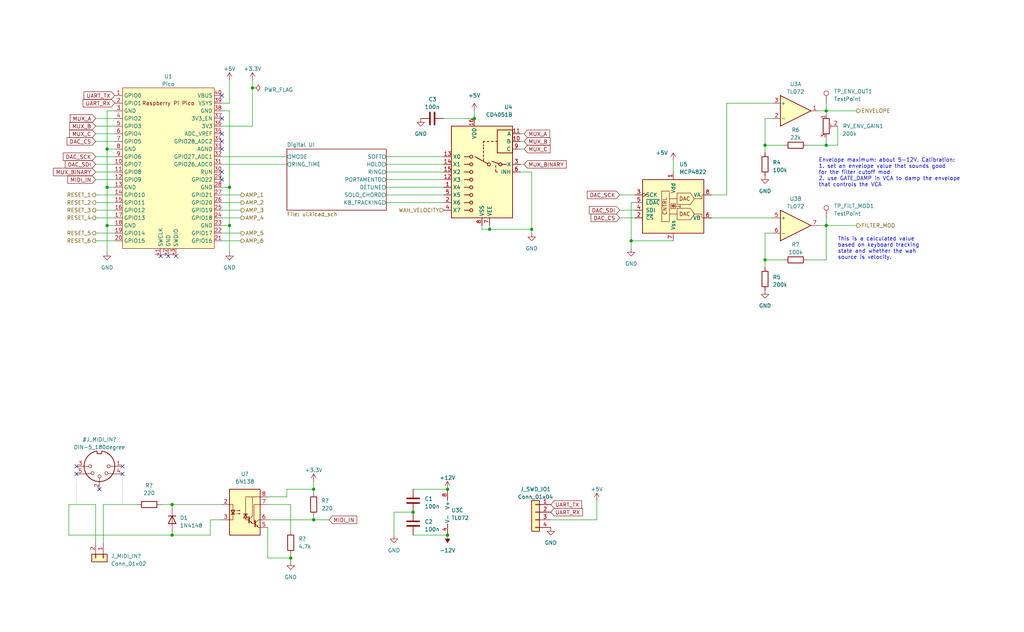
<source format=kicad_sch>
(kicad_sch (version 20230121) (generator eeschema)
  (paper "User" 340.004 210.007)
  (lib_symbols
    (symbol "+3.3V_1" (power) (pin_names (offset 0))
      (property "Value" "+3.3V_1" (at 0 3.556 0))
      (symbol "+3.3V_1_0_1"
        (polyline (pts (xy -0.762 1.27) (xy 0 2.54)))
        (polyline (pts (xy 0 0) (xy 0 2.54)))
        (polyline (pts (xy 0 2.54) (xy 0.762 1.27)))
      )
      (symbol "+3.3V_1_1_1"
        (pin power_in line (at 0 0 90) (length 0) hide (name "+3.3V") (number "1"))
      )
    )
    (symbol "Amplifier_Operational:TL072" (pin_names (offset 0.127))
      (property "Reference" "U" (at 0 5.08 0))
      (property "Value" "TL072" (at 0 -5.08 0))
      (symbol "TL072_1_1"
        (polyline (pts (xy -5.08 5.08) (xy 5.08 0) (xy -5.08 -5.08) (xy -5.08 5.08)) (stroke (width 0.254)) (fill (type background)))
        (pin output line (at 7.62 0 180) (length 2.54) (name "~") (number "1"))
        (pin input line (at -7.62 -2.54 0) (length 2.54) (name "-") (number "2"))
        (pin input line (at -7.62 2.54 0) (length 2.54) (name "+") (number "3"))
      )
      (symbol "TL072_2_1"
        (polyline (pts (xy -5.08 5.08) (xy 5.08 0) (xy -5.08 -5.08) (xy -5.08 5.08)) (stroke (width 0.254)) (fill (type background)))
        (pin input line (at -7.62 2.54 0) (length 2.54) (name "+") (number "5"))
        (pin input line (at -7.62 -2.54 0) (length 2.54) (name "-") (number "6"))
        (pin output line (at 7.62 0 180) (length 2.54) (name "~") (number "7"))
      )
      (symbol "TL072_3_1"
        (pin power_in line (at -2.54 -7.62 90) (length 3.81) (name "V-") (number "4"))
        (pin power_in line (at -2.54 7.62 270) (length 3.81) (name "V+") (number "8"))
      )
    )
    (symbol "Analog_DAC:MCP4822" (pin_names (offset 1.016))
      (property "Reference" "U" (at -2.54 10.795 0))
      (property "Value" "MCP4822" (at -2.54 8.89 0))
      (symbol "MCP4822_0_0"
        (polyline (pts (xy 0 -1.778) (xy 0 -0.635)))
        (polyline (pts (xy 0.381 -0.889) (xy 0.508 -0.762)))
        (polyline (pts (xy 2.286 -1.143) (xy 2.286 -1.905)))
        (polyline (pts (xy 0.381 -0.889) (xy -0.381 -0.889) (xy -0.508 -1.016)))
        (polyline (pts (xy 0.762 -1.27) (xy 2.286 -1.27) (xy 2.286 -0.762)))
        (polyline (pts (xy 0 -0.889) (xy 0.508 -1.397) (xy -0.508 -1.397) (xy 0 -0.889)))
        (polyline (pts (xy 6.985 -3.81) (xy 9.525 -3.81) (xy 9.525 -5.08) (xy 10.16 -5.08)))
        (polyline (pts (xy 6.985 1.27) (xy 9.525 1.27) (xy 9.525 2.54) (xy 10.16 2.54)))
        (rectangle (start 0.762 -0.381) (end -0.762 -2.032))
        (text "CNTRL" (at -2.032 -4.191 900) (effects (font (size 1.27 1.27)) (justify left bottom)))
        (text "DAC" (at 3.81 -3.81 0) (effects (font (size 1.27 1.27))))
        (text "DAC" (at 3.81 1.27 0) (effects (font (size 1.27 1.27))))
      )
      (symbol "MCP4822_0_1"
        (rectangle (start -10.16 7.62) (end 10.16 -10.16) (stroke (width 0.254)) (fill (type background)))
        (rectangle (start -1.27 -6.35) (end -3.81 3.81))
        (polyline (pts (xy 1.27 -3.81) (xy -1.27 -3.81)))
        (polyline (pts (xy 1.27 1.27) (xy -1.27 1.27)))
        (polyline (pts (xy 6.985 -3.81) (xy 5.715 -1.905) (xy 1.27 -1.905) (xy 1.27 -5.715) (xy 5.715 -5.715) (xy 6.985 -3.81)))
        (polyline (pts (xy 6.985 1.27) (xy 5.715 3.175) (xy 1.27 3.175) (xy 1.27 -0.635) (xy 5.715 -0.635) (xy 6.985 1.27)))
      )
      (symbol "MCP4822_1_1"
        (pin power_in line (at 0 10.16 270) (length 2.54) (name "Vdd") (number "1"))
        (pin input line (at -12.7 -5.08 0) (length 2.54) (name "~{CS}") (number "2"))
        (pin input clock (at -12.7 2.54 0) (length 2.54) (name "SCK") (number "3"))
        (pin input line (at -12.7 -2.54 0) (length 2.54) (name "SDI") (number "4"))
        (pin input line (at -12.7 0 0) (length 2.54) (name "~{LDAC}") (number "5"))
        (pin output line (at 12.7 -5.08 180) (length 2.54) (name "VB") (number "6"))
        (pin power_in line (at 0 -12.7 90) (length 2.54) (name "Vss") (number "7"))
        (pin output line (at 12.7 2.54 180) (length 2.54) (name "VA") (number "8"))
      )
    )
    (symbol "Analog_Switch:CD4051B"
      (property "Reference" "U" (at -10.16 16.51 0))
      (property "Value" "CD4051B" (at 3.81 16.51 0))
      (symbol "CD4051B_0_1"
        (rectangle (start -10.16 6.35) (end -5.08 13.97) (stroke (width 0.254)))
        (rectangle (start -10.16 15.24) (end 10.16 -15.24) (stroke (width 0.254)) (fill (type background)))
        (circle (center -6.096 2.54) (radius 0.508) (stroke (width 0.254)))
        (circle (center -2.286 2.54) (radius 0.508) (stroke (width 0.254)))
        (polyline (pts (xy -8.128 2.54) (xy -6.604 2.54)) (stroke (width 0.254)))
        (polyline (pts (xy -5.588 2.794) (xy -3.302 3.556)) (stroke (width 0.254)))
        (polyline (pts (xy -4.572 0) (xy -5.207 0)) (stroke (width 0.254)))
        (polyline (pts (xy -4.572 0.254) (xy -4.572 0.889)) (stroke (width 0.254)))
        (polyline (pts (xy -4.572 1.524) (xy -4.572 2.159)) (stroke (width 0.254)))
        (polyline (pts (xy -4.572 10.16) (xy -5.08 10.16)) (stroke (width 0.254)))
        (polyline (pts (xy -3.81 10.16) (xy -3.175 10.16)) (stroke (width 0.254)))
        (polyline (pts (xy -1.778 2.794) (xy 2.286 5.08)) (stroke (width 0.254)))
        (polyline (pts (xy -1.778 10.16) (xy -2.286 10.16)) (stroke (width 0.254)))
        (polyline (pts (xy -0.508 3.81) (xy -0.508 4.445)) (stroke (width 0.254)))
        (polyline (pts (xy -0.508 5.08) (xy -0.508 5.715)) (stroke (width 0.254)))
        (polyline (pts (xy -0.508 6.35) (xy -0.508 6.985)) (stroke (width 0.254)))
        (polyline (pts (xy -0.508 7.62) (xy -0.508 8.255)) (stroke (width 0.254)))
        (polyline (pts (xy -0.508 8.636) (xy -0.508 9.144)) (stroke (width 0.254)))
        (polyline (pts (xy -0.508 9.652) (xy -0.508 10.16)) (stroke (width 0.254)))
        (polyline (pts (xy -0.508 10.16) (xy -1.016 10.16)) (stroke (width 0.254)))
        (polyline (pts (xy 4.064 -12.7) (xy 5.842 -12.7)) (stroke (width 0.254)))
        (polyline (pts (xy 4.064 -10.16) (xy 5.842 -10.16)) (stroke (width 0.254)))
        (polyline (pts (xy 4.064 -7.62) (xy 5.842 -7.62)) (stroke (width 0.254)))
        (polyline (pts (xy 4.064 -5.08) (xy 5.842 -5.08)) (stroke (width 0.254)))
        (polyline (pts (xy 4.064 -2.54) (xy 5.842 -2.54)) (stroke (width 0.254)))
        (polyline (pts (xy 4.064 0) (xy 5.842 0)) (stroke (width 0.254)))
        (polyline (pts (xy 4.064 2.54) (xy 5.842 2.54)) (stroke (width 0.254)))
        (polyline (pts (xy 4.064 5.08) (xy 5.842 5.08)) (stroke (width 0.254)))
        (circle (center 3.556 -12.7) (radius 0.508) (stroke (width 0.254)))
        (circle (center 3.556 -10.16) (radius 0.508) (stroke (width 0.254)))
        (circle (center 3.556 -7.62) (radius 0.508) (stroke (width 0.254)))
        (circle (center 3.556 -5.08) (radius 0.508) (stroke (width 0.254)))
        (circle (center 3.556 -2.54) (radius 0.508) (stroke (width 0.254)))
        (circle (center 3.556 0) (radius 0.508) (stroke (width 0.254)))
        (circle (center 3.556 2.54) (radius 0.508) (stroke (width 0.254)))
        (circle (center 3.556 5.08) (radius 0.508) (stroke (width 0.254)))
      )
      (symbol "CD4051B_1_1"
        (pin bidirectional line (at 12.7 -5.08 180) (length 2.54) (name "X4") (number "1"))
        (pin input line (at -12.7 10.16 0) (length 2.54) (name "B") (number "10"))
        (pin input line (at -12.7 12.7 0) (length 2.54) (name "A") (number "11"))
        (pin bidirectional line (at 12.7 -2.54 180) (length 2.54) (name "X3") (number "12"))
        (pin bidirectional line (at 12.7 5.08 180) (length 2.54) (name "X0") (number "13"))
        (pin bidirectional line (at 12.7 2.54 180) (length 2.54) (name "X1") (number "14"))
        (pin bidirectional line (at 12.7 0 180) (length 2.54) (name "X2") (number "15"))
        (pin power_in line (at 2.54 17.78 270) (length 2.54) (name "VDD") (number "16"))
        (pin bidirectional line (at 12.7 -10.16 180) (length 2.54) (name "X6") (number "2"))
        (pin bidirectional line (at -12.7 2.54 0) (length 2.54) (name "X") (number "3"))
        (pin bidirectional line (at 12.7 -12.7 180) (length 2.54) (name "X7") (number "4"))
        (pin bidirectional line (at 12.7 -7.62 180) (length 2.54) (name "X5") (number "5"))
        (pin input line (at -12.7 0 0) (length 2.54) (name "INH") (number "6"))
        (pin power_in line (at -2.54 -17.78 90) (length 2.54) (name "VEE") (number "7"))
        (pin power_in line (at 0 -17.78 90) (length 2.54) (name "VSS") (number "8"))
        (pin input line (at -12.7 7.62 0) (length 2.54) (name "C") (number "9"))
      )
    )
    (symbol "Connector:DIN-5_180degree" (pin_names (offset 1.016))
      (property "Reference" "J" (at 3.175 5.715 0))
      (property "Value" "DIN-5_180degree" (at 0 -6.35 0))
      (symbol "DIN-5_180degree_0_1"
        (arc (start -5.08 0) (mid -3.8609 -3.3364) (end -0.762 -5.08) (stroke (width 0.254)))
        (circle (center -3.048 0) (radius 0.508))
        (circle (center -2.286 2.286) (radius 0.508))
        (polyline (pts (xy -5.08 0) (xy -3.556 0)))
        (polyline (pts (xy 0 5.08) (xy 0 3.81)))
        (polyline (pts (xy 5.08 0) (xy 3.556 0)))
        (polyline (pts (xy -5.08 2.54) (xy -4.318 2.54) (xy -2.794 2.286)))
        (polyline (pts (xy 5.08 2.54) (xy 4.318 2.54) (xy 2.794 2.286)))
        (polyline (pts (xy -0.762 -4.953) (xy -0.762 -4.191) (xy 0.762 -4.191) (xy 0.762 -4.953)) (stroke (width 0.254)))
        (circle (center 0 3.302) (radius 0.508))
        (arc (start 0.762 -5.08) (mid 3.8685 -3.343) (end 5.08 0) (stroke (width 0.254)))
        (circle (center 2.286 2.286) (radius 0.508))
        (circle (center 3.048 0) (radius 0.508))
        (arc (start 5.08 0) (mid 0 5.0579) (end -5.08 0) (stroke (width 0.254)))
      )
      (symbol "DIN-5_180degree_1_1"
        (pin passive line (at -7.62 0 0) (length 2.54) (name "~") (number "1"))
        (pin passive line (at 0 7.62 270) (length 2.54) (name "~") (number "2"))
        (pin passive line (at 7.62 0 180) (length 2.54) (name "~") (number "3"))
        (pin passive line (at -7.62 2.54 0) (length 2.54) (name "~") (number "4"))
        (pin passive line (at 7.62 2.54 180) (length 2.54) (name "~") (number "5"))
      )
    )
    (symbol "Connector:TestPoint" (pin_numbers hide) (pin_names (offset 0.762) hide)
      (property "Reference" "TP" (at 0 6.858 0))
      (property "Value" "TestPoint" (at 0 5.08 0))
      (symbol "TestPoint_0_1"
        (circle (center 0 3.302) (radius 0.762))
      )
      (symbol "TestPoint_1_1"
        (pin passive line (at 0 0 90) (length 2.54) (name "1") (number "1"))
      )
    )
    (symbol "Connector_Generic:Conn_01x02" (pin_names (offset 1.016) hide)
      (property "Reference" "J" (at 0 2.54 0))
      (property "Value" "Conn_01x02" (at 0 -5.08 0))
      (symbol "Conn_01x02_1_1"
        (rectangle (start -1.27 -2.413) (end 0 -2.667) (stroke (width 0.1524)))
        (rectangle (start -1.27 0.127) (end 0 -0.127) (stroke (width 0.1524)))
        (rectangle (start -1.27 1.27) (end 1.27 -3.81) (stroke (width 0.254)) (fill (type background)))
        (pin passive line (at -5.08 0 0) (length 3.81) (name "Pin_1") (number "1"))
        (pin passive line (at -5.08 -2.54 0) (length 3.81) (name "Pin_2") (number "2"))
      )
    )
    (symbol "Connector_Generic:Conn_01x04" (pin_names (offset 1.016) hide)
      (property "Reference" "J" (at 0 5.08 0))
      (property "Value" "Conn_01x04" (at 0 -7.62 0))
      (symbol "Conn_01x04_1_1"
        (rectangle (start -1.27 -4.953) (end 0 -5.207) (stroke (width 0.1524)))
        (rectangle (start -1.27 -2.413) (end 0 -2.667) (stroke (width 0.1524)))
        (rectangle (start -1.27 0.127) (end 0 -0.127) (stroke (width 0.1524)))
        (rectangle (start -1.27 2.667) (end 0 2.413) (stroke (width 0.1524)))
        (rectangle (start -1.27 3.81) (end 1.27 -6.35) (stroke (width 0.254)) (fill (type background)))
        (pin passive line (at -5.08 2.54 0) (length 3.81) (name "Pin_1") (number "1"))
        (pin passive line (at -5.08 0 0) (length 3.81) (name "Pin_2") (number "2"))
        (pin passive line (at -5.08 -2.54 0) (length 3.81) (name "Pin_3") (number "3"))
        (pin passive line (at -5.08 -5.08 0) (length 3.81) (name "Pin_4") (number "4"))
      )
    )
    (symbol "Device:C" (pin_numbers hide) (pin_names (offset 0.254))
      (property "Reference" "C" (at 0.635 2.54 0))
      (property "Value" "C" (at 0.635 -2.54 0))
      (symbol "C_0_1"
        (polyline (pts (xy -2.032 -0.762) (xy 2.032 -0.762)) (stroke (width 0.508)))
        (polyline (pts (xy -2.032 0.762) (xy 2.032 0.762)) (stroke (width 0.508)))
      )
      (symbol "C_1_1"
        (pin passive line (at 0 3.81 270) (length 2.794) (name "~") (number "1"))
        (pin passive line (at 0 -3.81 90) (length 2.794) (name "~") (number "2"))
      )
    )
    (symbol "Device:D" (pin_numbers hide) (pin_names (offset 1.016) hide)
      (property "Reference" "D" (at 0 2.54 0))
      (property "Value" "D" (at 0 -2.54 0))
      (symbol "D_0_1"
        (polyline (pts (xy -1.27 1.27) (xy -1.27 -1.27)) (stroke (width 0.254)))
        (polyline (pts (xy 1.27 0) (xy -1.27 0)))
        (polyline (pts (xy 1.27 1.27) (xy 1.27 -1.27) (xy -1.27 0) (xy 1.27 1.27)) (stroke (width 0.254)))
      )
      (symbol "D_1_1"
        (pin passive line (at -3.81 0 0) (length 2.54) (name "K") (number "1"))
        (pin passive line (at 3.81 0 180) (length 2.54) (name "A") (number "2"))
      )
    )
    (symbol "Device:R" (pin_numbers hide) (pin_names (offset 0))
      (property "Reference" "R" (at 2.032 0 90))
      (property "Value" "R" (at 0 0 90))
      (symbol "R_0_1"
        (rectangle (start -1.016 -2.54) (end 1.016 2.54) (stroke (width 0.254)))
      )
      (symbol "R_1_1"
        (pin passive line (at 0 3.81 270) (length 1.27) (name "~") (number "1"))
        (pin passive line (at 0 -3.81 90) (length 1.27) (name "~") (number "2"))
      )
    )
    (symbol "Device:R_Potentiometer_Trim" (pin_names (offset 1.016) hide)
      (property "Reference" "RV" (at -4.445 0 90))
      (property "Value" "R_Potentiometer_Trim" (at -2.54 0 90))
      (symbol "R_Potentiometer_Trim_0_1"
        (polyline (pts (xy 1.524 0.762) (xy 1.524 -0.762)))
        (polyline (pts (xy 2.54 0) (xy 1.524 0)))
        (rectangle (start 1.016 2.54) (end -1.016 -2.54) (stroke (width 0.254)))
      )
      (symbol "R_Potentiometer_Trim_1_1"
        (pin passive line (at 0 3.81 270) (length 1.27) (name "1") (number "1"))
        (pin passive line (at 3.81 0 180) (length 1.27) (name "2") (number "2"))
        (pin passive line (at 0 -3.81 90) (length 1.27) (name "3") (number "3"))
      )
    )
    (symbol "Isolator:6N138" (pin_names (offset 1.016) hide)
      (property "Reference" "U" (at -4.064 8.89 0))
      (property "Value" "6N138" (at 2.286 8.89 0))
      (symbol "6N138_0_1"
        (rectangle (start -5.08 7.62) (end 5.08 -7.62) (stroke (width 0.254)) (fill (type background)))
        (polyline (pts (xy -4.572 -0.635) (xy -3.302 -0.635)) (stroke (width 0.254)))
        (polyline (pts (xy 0.889 -0.635) (xy -0.381 -0.635)) (stroke (width 0.254)))
        (polyline (pts (xy 1.397 -2.667) (xy 2.54 -3.81)))
        (polyline (pts (xy 1.397 -2.413) (xy 2.54 -1.27)))
        (polyline (pts (xy 2.54 -3.81) (xy 3.175 -3.81)))
        (polyline (pts (xy 3.429 -3.937) (xy 4.572 -5.08)))
        (polyline (pts (xy 3.429 -3.683) (xy 4.572 -2.54)))
        (polyline (pts (xy 4.572 -5.08) (xy 5.08 -5.08)))
        (polyline (pts (xy 4.572 -2.54) (xy 5.08 -2.54)))
        (polyline (pts (xy 1.397 -1.524) (xy 1.397 -3.556) (xy 1.397 -3.556)) (stroke (width 0.3556)))
        (polyline (pts (xy 2.54 -1.27) (xy 2.54 5.08) (xy 5.08 5.08)))
        (polyline (pts (xy 3.429 -2.794) (xy 3.429 -4.826) (xy 3.429 -4.826)) (stroke (width 0.3556)))
        (polyline (pts (xy 5.08 2.54) (xy 3.048 2.54) (xy 3.048 -3.81)))
        (polyline (pts (xy -5.08 -2.54) (xy -3.937 -2.54) (xy -3.937 2.54) (xy -5.08 2.54)))
        (polyline (pts (xy -3.937 -0.635) (xy -4.572 0.635) (xy -3.302 0.635) (xy -3.937 -0.635)) (stroke (width 0.254)))
        (polyline (pts (xy 0.254 -0.635) (xy 0.889 -1.905) (xy -0.381 -1.905) (xy 0.254 -0.635)) (stroke (width 0.254)))
        (polyline (pts (xy 1.27 -2.54) (xy 0.254 -2.54) (xy 0.254 5.08) (xy 2.54 5.08)))
        (polyline (pts (xy 2.413 -3.683) (xy 2.159 -3.175) (xy 1.905 -3.429) (xy 2.413 -3.683)))
        (polyline (pts (xy 4.445 -4.953) (xy 4.191 -4.445) (xy 3.937 -4.699) (xy 4.445 -4.953)))
        (polyline (pts (xy -2.794 -0.508) (xy -1.524 -0.508) (xy -1.905 -0.635) (xy -1.905 -0.381) (xy -1.524 -0.508)))
        (polyline (pts (xy -2.794 0.508) (xy -1.524 0.508) (xy -1.905 0.381) (xy -1.905 0.635) (xy -1.524 0.508)))
      )
      (symbol "6N138_1_1"
        (pin no_connect line (at -5.08 5.08 0) (length 2.54) hide (name "NC") (number "1"))
        (pin passive line (at -7.62 2.54 0) (length 2.54) (name "C1") (number "2"))
        (pin passive line (at -7.62 -2.54 0) (length 2.54) (name "C2") (number "3"))
        (pin no_connect line (at -5.08 -5.08 0) (length 2.54) hide (name "NC") (number "4"))
        (pin passive line (at 7.62 -5.08 180) (length 2.54) (name "GND") (number "5"))
        (pin passive line (at 7.62 -2.54 180) (length 2.54) (name "VO2") (number "6"))
        (pin passive line (at 7.62 2.54 180) (length 2.54) (name "VO1") (number "7"))
        (pin passive line (at 7.62 5.08 180) (length 2.54) (name "VCC") (number "8"))
      )
    )
    (symbol "MCU_RaspberryPi_and_Boards:Pico"
      (property "Reference" "U" (at -13.97 27.94 0))
      (property "Value" "Pico" (at 0 19.05 0))
      (symbol "Pico_0_0"
        (text "Raspberry Pi Pico" (at 0 21.59 0) (effects (font (size 1.27 1.27))))
      )
      (symbol "Pico_0_1"
        (rectangle (start -15.24 26.67) (end 15.24 -26.67) (fill (type background)))
      )
      (symbol "Pico_1_1"
        (pin bidirectional line (at -17.78 24.13 0) (length 2.54) (name "GPIO0") (number "1"))
        (pin bidirectional line (at -17.78 1.27 0) (length 2.54) (name "GPIO7") (number "10"))
        (pin bidirectional line (at -17.78 -1.27 0) (length 2.54) (name "GPIO8") (number "11"))
        (pin bidirectional line (at -17.78 -3.81 0) (length 2.54) (name "GPIO9") (number "12"))
        (pin power_in line (at -17.78 -6.35 0) (length 2.54) (name "GND") (number "13"))
        (pin bidirectional line (at -17.78 -8.89 0) (length 2.54) (name "GPIO10") (number "14"))
        (pin bidirectional line (at -17.78 -11.43 0) (length 2.54) (name "GPIO11") (number "15"))
        (pin bidirectional line (at -17.78 -13.97 0) (length 2.54) (name "GPIO12") (number "16"))
        (pin bidirectional line (at -17.78 -16.51 0) (length 2.54) (name "GPIO13") (number "17"))
        (pin power_in line (at -17.78 -19.05 0) (length 2.54) (name "GND") (number "18"))
        (pin bidirectional line (at -17.78 -21.59 0) (length 2.54) (name "GPIO14") (number "19"))
        (pin bidirectional line (at -17.78 21.59 0) (length 2.54) (name "GPIO1") (number "2"))
        (pin bidirectional line (at -17.78 -24.13 0) (length 2.54) (name "GPIO15") (number "20"))
        (pin bidirectional line (at 17.78 -24.13 180) (length 2.54) (name "GPIO16") (number "21"))
        (pin bidirectional line (at 17.78 -21.59 180) (length 2.54) (name "GPIO17") (number "22"))
        (pin power_in line (at 17.78 -19.05 180) (length 2.54) (name "GND") (number "23"))
        (pin bidirectional line (at 17.78 -16.51 180) (length 2.54) (name "GPIO18") (number "24"))
        (pin bidirectional line (at 17.78 -13.97 180) (length 2.54) (name "GPIO19") (number "25"))
        (pin bidirectional line (at 17.78 -11.43 180) (length 2.54) (name "GPIO20") (number "26"))
        (pin bidirectional line (at 17.78 -8.89 180) (length 2.54) (name "GPIO21") (number "27"))
        (pin power_in line (at 17.78 -6.35 180) (length 2.54) (name "GND") (number "28"))
        (pin bidirectional line (at 17.78 -3.81 180) (length 2.54) (name "GPIO22") (number "29"))
        (pin power_in line (at -17.78 19.05 0) (length 2.54) (name "GND") (number "3"))
        (pin input line (at 17.78 -1.27 180) (length 2.54) (name "RUN") (number "30"))
        (pin bidirectional line (at 17.78 1.27 180) (length 2.54) (name "GPIO26_ADC0") (number "31"))
        (pin bidirectional line (at 17.78 3.81 180) (length 2.54) (name "GPIO27_ADC1") (number "32"))
        (pin power_in line (at 17.78 6.35 180) (length 2.54) (name "AGND") (number "33"))
        (pin bidirectional line (at 17.78 8.89 180) (length 2.54) (name "GPIO28_ADC2") (number "34"))
        (pin power_in line (at 17.78 11.43 180) (length 2.54) (name "ADC_VREF") (number "35"))
        (pin power_in line (at 17.78 13.97 180) (length 2.54) (name "3V3") (number "36"))
        (pin input line (at 17.78 16.51 180) (length 2.54) (name "3V3_EN") (number "37"))
        (pin bidirectional line (at 17.78 19.05 180) (length 2.54) (name "GND") (number "38"))
        (pin power_in line (at 17.78 21.59 180) (length 2.54) (name "VSYS") (number "39"))
        (pin bidirectional line (at -17.78 16.51 0) (length 2.54) (name "GPIO2") (number "4"))
        (pin power_in line (at 17.78 24.13 180) (length 2.54) (name "VBUS") (number "40"))
        (pin input line (at -2.54 -29.21 90) (length 2.54) (name "SWCLK") (number "41"))
        (pin power_in line (at 0 -29.21 90) (length 2.54) (name "GND") (number "42"))
        (pin bidirectional line (at 2.54 -29.21 90) (length 2.54) (name "SWDIO") (number "43"))
        (pin bidirectional line (at -17.78 13.97 0) (length 2.54) (name "GPIO3") (number "5"))
        (pin bidirectional line (at -17.78 11.43 0) (length 2.54) (name "GPIO4") (number "6"))
        (pin bidirectional line (at -17.78 8.89 0) (length 2.54) (name "GPIO5") (number "7"))
        (pin power_in line (at -17.78 6.35 0) (length 2.54) (name "GND") (number "8"))
        (pin bidirectional line (at -17.78 3.81 0) (length 2.54) (name "GPIO6") (number "9"))
      )
    )
    (symbol "power:+12V" (power) (pin_names (offset 0))
      (property "Value" "+12V" (at 0 3.556 0))
      (symbol "+12V_0_1"
        (polyline (pts (xy -0.762 1.27) (xy 0 2.54)))
        (polyline (pts (xy 0 0) (xy 0 2.54)))
        (polyline (pts (xy 0 2.54) (xy 0.762 1.27)))
      )
      (symbol "+12V_1_1"
        (pin power_in line (at 0 0 90) (length 0) hide (name "+12V") (number "1"))
      )
    )
    (symbol "power:+5V" (power) (pin_names (offset 0))
      (property "Value" "+5V" (at 0 3.556 0))
      (symbol "+5V_0_1"
        (polyline (pts (xy -0.762 1.27) (xy 0 2.54)))
        (polyline (pts (xy 0 0) (xy 0 2.54)))
        (polyline (pts (xy 0 2.54) (xy 0.762 1.27)))
      )
      (symbol "+5V_1_1"
        (pin power_in line (at 0 0 90) (length 0) hide (name "+5V") (number "1"))
      )
    )
    (symbol "power:-12V" (power) (pin_names (offset 0))
      (property "Value" "-12V" (at 0 3.81 0))
      (symbol "-12V_0_0"
        (pin power_in line (at 0 0 90) (length 0) hide (name "-12V") (number "1"))
      )
      (symbol "-12V_0_1"
        (polyline (pts (xy 0 0) (xy 0 1.27) (xy 0.762 1.27) (xy 0 2.54) (xy -0.762 1.27) (xy 0 1.27)) (fill (type outline)))
      )
    )
    (symbol "power:GND" (power) (pin_names (offset 0))
      (property "Value" "GND" (at 0 -3.81 0))
      (symbol "GND_0_1"
        (polyline (pts (xy 0 0) (xy 0 -1.27) (xy 1.27 -1.27) (xy 0 -2.54) (xy -1.27 -1.27) (xy 0 -1.27)))
      )
      (symbol "GND_1_1"
        (pin power_in line (at 0 0 270) (length 0) hide (name "GND") (number "1"))
      )
    )
    (symbol "power:PWR_FLAG" (power) (pin_numbers hide) (pin_names (offset 0) hide)
      (property "Value" "PWR_FLAG" (at 0 3.81 0))
      (symbol "PWR_FLAG_0_0"
        (pin power_out line (at 0 0 90) (length 0) (name "pwr") (number "1"))
      )
      (symbol "PWR_FLAG_0_1"
        (polyline (pts (xy 0 0) (xy 0 1.27) (xy -1.016 1.905) (xy 0 2.54) (xy 1.016 1.905) (xy 0 1.27)))
      )
    )
  )
  (junction (at 254 86.36))
  (junction (at 162.56 76.2))
  (junction (at 274.32 36.83))
  (junction (at 76.2 62.23))
  (junction (at 35.56 49.53))
  (junction (at 35.56 74.93))
  (junction (at 57.15 177.8))
  (junction (at 76.2 74.93))
  (junction (at 274.32 48.26))
  (junction (at 104.14 172.72))
  (junction (at 254 48.26))
  (junction (at 57.15 167.64))
  (junction (at 176.53 76.2))
  (junction (at 104.14 162.56))
  (junction (at 157.48 39.37))
  (junction (at 148.59 177.8))
  (junction (at 96.52 185.42))
  (junction (at 209.55 80.01))
  (junction (at 148.59 162.56))
  (junction (at 83.82 29.21))
  (junction (at 137.16 170.18))
  (junction (at 35.56 62.23))
  (junction (at 274.32 74.93))
  (no_connect (at 73.66 59.69))
  (no_connect (at 33.02 162.56))
  (no_connect (at 25.4 157.48))
  (no_connect (at 73.66 49.53))
  (no_connect (at 25.4 154.94))
  (no_connect (at 40.64 157.48))
  (no_connect (at 73.66 57.15))
  (no_connect (at 73.66 44.45))
  (no_connect (at 40.64 154.94))
  (no_connect (at 53.34 85.09))
  (no_connect (at 73.66 31.75))
  (no_connect (at 58.42 85.09))
  (no_connect (at 73.66 39.37))
  (no_connect (at 73.66 46.99))
  (no_connect (at 55.88 85.09))
  (wire (pts (xy 88.9 165.1) (xy 95.25 165.1)))
  (wire (pts (xy 128.27 57.15) (xy 147.32 57.15)))
  (wire (pts (xy 73.66 52.07) (xy 95.25 52.07)))
  (wire (pts (xy 88.9 167.64) (xy 96.52 167.64)))
  (wire (pts (xy 205.74 69.85) (xy 210.82 69.85)))
  (wire (pts (xy 205.74 72.39) (xy 210.82 72.39)))
  (wire (pts (xy 256.54 34.29) (xy 241.3 34.29)))
  (wire (pts (xy 209.55 80.01) (xy 209.55 82.55)))
  (wire (pts (xy 271.78 36.83) (xy 274.32 36.83)))
  (wire (pts (xy 128.27 62.23) (xy 147.32 62.23)))
  (wire (pts (xy 162.56 74.93) (xy 162.56 76.2)))
  (wire (pts (xy 256.54 77.47) (xy 254 77.47)))
  (wire (pts (xy 83.82 29.21) (xy 83.82 41.91)))
  (wire (pts (xy 35.56 36.83) (xy 38.1 36.83)))
  (polyline (pts (xy 25.4 157.48) (xy 25.4 167.64)) (stroke (width 0) (type dot)))
  (wire (pts (xy 254 86.36) (xy 260.35 86.36)))
  (wire (pts (xy 73.66 64.77) (xy 80.01 64.77)))
  (wire (pts (xy 95.25 165.1) (xy 95.25 162.56)))
  (wire (pts (xy 88.9 185.42) (xy 96.52 185.42)))
  (wire (pts (xy 172.72 57.15) (xy 176.53 57.15)))
  (wire (pts (xy 88.9 175.26) (xy 88.9 185.42)))
  (wire (pts (xy 209.55 80.01) (xy 223.52 80.01)))
  (wire (pts (xy 198.12 172.72) (xy 182.88 172.72)))
  (wire (pts (xy 162.56 76.2) (xy 176.53 76.2)))
  (wire (pts (xy 80.01 69.85) (xy 73.66 69.85)))
  (wire (pts (xy 57.15 177.8) (xy 22.86 177.8)))
  (wire (pts (xy 76.2 74.93) (xy 73.66 74.93)))
  (wire (pts (xy 80.01 80.01) (xy 73.66 80.01)))
  (wire (pts (xy 130.81 170.18) (xy 137.16 170.18)))
  (wire (pts (xy 236.22 72.39) (xy 256.54 72.39)))
  (wire (pts (xy 57.15 176.53) (xy 57.15 177.8)))
  (wire (pts (xy 274.32 34.29) (xy 274.32 36.83)))
  (wire (pts (xy 73.66 54.61) (xy 95.25 54.61)))
  (wire (pts (xy 31.75 72.39) (xy 38.1 72.39)))
  (wire (pts (xy 157.48 36.83) (xy 157.48 39.37)))
  (wire (pts (xy 274.32 72.39) (xy 274.32 74.93)))
  (wire (pts (xy 73.66 67.31) (xy 80.01 67.31)))
  (wire (pts (xy 80.01 77.47) (xy 73.66 77.47)))
  (wire (pts (xy 35.56 74.93) (xy 35.56 62.23)))
  (wire (pts (xy 172.72 54.61) (xy 173.99 54.61)))
  (wire (pts (xy 137.16 162.56) (xy 148.59 162.56)))
  (wire (pts (xy 128.27 52.07) (xy 147.32 52.07)))
  (wire (pts (xy 31.75 77.47) (xy 38.1 77.47)))
  (wire (pts (xy 254 39.37) (xy 254 48.26)))
  (wire (pts (xy 69.85 177.8) (xy 57.15 177.8)))
  (wire (pts (xy 223.52 53.34) (xy 223.52 57.15)))
  (wire (pts (xy 31.75 59.69) (xy 38.1 59.69)))
  (wire (pts (xy 254 48.26) (xy 254 50.8)))
  (wire (pts (xy 35.56 49.53) (xy 35.56 36.83)))
  (polyline (pts (xy 40.64 157.48) (xy 40.64 167.64)) (stroke (width 0) (type dot)))
  (wire (pts (xy 22.86 167.64) (xy 31.75 167.64)))
  (wire (pts (xy 34.29 167.64) (xy 34.29 180.34)))
  (wire (pts (xy 128.27 64.77) (xy 147.32 64.77)))
  (wire (pts (xy 35.56 74.93) (xy 38.1 74.93)))
  (wire (pts (xy 73.66 62.23) (xy 76.2 62.23)))
  (wire (pts (xy 173.99 49.53) (xy 172.72 49.53)))
  (wire (pts (xy 31.75 52.07) (xy 38.1 52.07)))
  (wire (pts (xy 31.75 41.91) (xy 38.1 41.91)))
  (wire (pts (xy 31.75 39.37) (xy 38.1 39.37)))
  (wire (pts (xy 73.66 172.72) (xy 69.85 172.72)))
  (wire (pts (xy 83.82 26.67) (xy 83.82 29.21)))
  (wire (pts (xy 35.56 83.82) (xy 35.56 74.93)))
  (wire (pts (xy 31.75 57.15) (xy 38.1 57.15)))
  (wire (pts (xy 34.29 167.64) (xy 45.72 167.64)))
  (wire (pts (xy 271.78 74.93) (xy 274.32 74.93)))
  (wire (pts (xy 104.14 172.72) (xy 109.22 172.72)))
  (wire (pts (xy 31.75 69.85) (xy 38.1 69.85)))
  (wire (pts (xy 31.75 46.99) (xy 38.1 46.99)))
  (wire (pts (xy 267.97 48.26) (xy 274.32 48.26)))
  (wire (pts (xy 241.3 64.77) (xy 236.22 64.77)))
  (wire (pts (xy 76.2 36.83) (xy 73.66 36.83)))
  (wire (pts (xy 254 77.47) (xy 254 86.36)))
  (wire (pts (xy 274.32 36.83) (xy 284.48 36.83)))
  (wire (pts (xy 241.3 34.29) (xy 241.3 64.77)))
  (wire (pts (xy 176.53 76.2) (xy 176.53 77.47)))
  (wire (pts (xy 128.27 67.31) (xy 147.32 67.31)))
  (wire (pts (xy 31.75 167.64) (xy 31.75 180.34)))
  (wire (pts (xy 173.99 44.45) (xy 172.72 44.45)))
  (wire (pts (xy 160.02 76.2) (xy 162.56 76.2)))
  (wire (pts (xy 160.02 74.93) (xy 160.02 76.2)))
  (wire (pts (xy 104.14 171.45) (xy 104.14 172.72)))
  (wire (pts (xy 157.48 39.37) (xy 147.32 39.37)))
  (wire (pts (xy 130.81 177.8) (xy 130.81 170.18)))
  (wire (pts (xy 278.13 41.91) (xy 278.13 48.26)))
  (wire (pts (xy 274.32 36.83) (xy 274.32 38.1)))
  (wire (pts (xy 35.56 62.23) (xy 35.56 49.53)))
  (wire (pts (xy 274.32 74.93) (xy 274.32 86.36)))
  (wire (pts (xy 76.2 74.93) (xy 76.2 62.23)))
  (wire (pts (xy 198.12 166.37) (xy 198.12 172.72)))
  (wire (pts (xy 274.32 74.93) (xy 284.48 74.93)))
  (wire (pts (xy 137.16 177.8) (xy 148.59 177.8)))
  (wire (pts (xy 128.27 54.61) (xy 147.32 54.61)))
  (wire (pts (xy 76.2 34.29) (xy 73.66 34.29)))
  (wire (pts (xy 31.75 67.31) (xy 38.1 67.31)))
  (wire (pts (xy 31.75 54.61) (xy 38.1 54.61)))
  (wire (pts (xy 80.01 72.39) (xy 73.66 72.39)))
  (wire (pts (xy 76.2 62.23) (xy 76.2 36.83)))
  (wire (pts (xy 31.75 44.45) (xy 38.1 44.45)))
  (wire (pts (xy 176.53 57.15) (xy 176.53 76.2)))
  (wire (pts (xy 96.52 184.15) (xy 96.52 185.42)))
  (wire (pts (xy 69.85 172.72) (xy 69.85 177.8)))
  (wire (pts (xy 104.14 162.56) (xy 104.14 163.83)))
  (wire (pts (xy 73.66 41.91) (xy 83.82 41.91)))
  (wire (pts (xy 95.25 162.56) (xy 104.14 162.56)))
  (wire (pts (xy 35.56 62.23) (xy 38.1 62.23)))
  (wire (pts (xy 76.2 26.67) (xy 76.2 34.29)))
  (wire (pts (xy 88.9 172.72) (xy 104.14 172.72)))
  (wire (pts (xy 128.27 59.69) (xy 147.32 59.69)))
  (wire (pts (xy 53.34 167.64) (xy 57.15 167.64)))
  (wire (pts (xy 31.75 80.01) (xy 38.1 80.01)))
  (wire (pts (xy 57.15 167.64) (xy 73.66 167.64)))
  (wire (pts (xy 173.99 46.99) (xy 172.72 46.99)))
  (wire (pts (xy 57.15 167.64) (xy 57.15 168.91)))
  (wire (pts (xy 96.52 185.42) (xy 96.52 186.69)))
  (wire (pts (xy 254 48.26) (xy 260.35 48.26)))
  (wire (pts (xy 256.54 39.37) (xy 254 39.37)))
  (wire (pts (xy 210.82 67.31) (xy 209.55 67.31)))
  (wire (pts (xy 76.2 83.82) (xy 76.2 74.93)))
  (wire (pts (xy 254 86.36) (xy 254 88.9)))
  (wire (pts (xy 267.97 86.36) (xy 274.32 86.36)))
  (wire (pts (xy 209.55 67.31) (xy 209.55 80.01)))
  (wire (pts (xy 104.14 160.02) (xy 104.14 162.56)))
  (wire (pts (xy 31.75 64.77) (xy 38.1 64.77)))
  (wire (pts (xy 274.32 45.72) (xy 274.32 48.26)))
  (wire (pts (xy 96.52 167.64) (xy 96.52 176.53)))
  (wire (pts (xy 205.74 64.77) (xy 210.82 64.77)))
  (wire (pts (xy 22.86 177.8) (xy 22.86 167.64)))
  (wire (pts (xy 35.56 49.53) (xy 38.1 49.53)))
  (wire (pts (xy 278.13 48.26) (xy 274.32 48.26)))
  (text "This is a calculated value\nbased on keyboard tracking\nstate and whether the wah\nsource is velocity." (at 278.13 86.36 0) (effects (font (size 1.27 1.27)) (justify left bottom)))
  (text "Envelope maximum: about 5-12V. Calibration:\n1. set an envelope value that sounds good\nfor the filter cutoff mod\n2. use GATE_DAMP in VCA to damp the envelope\nthat controls the VCA" (at 271.78 62.23 0) (effects (font (size 1.27 1.27)) (justify left bottom)))
  (global_label "UART_TX" (shape input) (at 182.88 167.64 0) (property "Intersheetrefs" "${INTERSHEET_REFS}" (effects hide)))
  (global_label "MUX_B" (shape input) (at 31.75 41.91 180) (property "Intersheetrefs" "${INTERSHEET_REFS}" (effects hide)))
  (global_label "MUX_B" (shape input) (at 173.99 46.99 0) (property "Intersheetrefs" "${INTERSHEET_REFS}" (effects hide)))
  (global_label "DAC_CS" (shape input) (at 31.75 46.99 180) (property "Intersheetrefs" "${INTERSHEET_REFS}" (effects hide)))
  (global_label "DAC_SDI" (shape input) (at 205.74 69.85 180) (property "Intersheetrefs" "${INTERSHEET_REFS}" (effects hide)))
  (global_label "MUX_A" (shape input) (at 31.75 39.37 180) (property "Intersheetrefs" "${INTERSHEET_REFS}" (effects hide)))
  (global_label "MUX_C" (shape input) (at 31.75 44.45 180) (property "Intersheetrefs" "${INTERSHEET_REFS}" (effects hide)))
  (global_label "MUX_A" (shape input) (at 173.99 44.45 0) (property "Intersheetrefs" "${INTERSHEET_REFS}" (effects hide)))
  (global_label "UART_RX" (shape input) (at 38.1 34.29 180) (property "Intersheetrefs" "${INTERSHEET_REFS}" (effects hide)))
  (global_label "DAC_CS" (shape input) (at 205.74 72.39 180) (property "Intersheetrefs" "${INTERSHEET_REFS}" (effects hide)))
  (global_label "MUX_BINARY" (shape input) (at 173.99 54.61 0) (property "Intersheetrefs" "${INTERSHEET_REFS}" (effects hide)))
  (global_label "UART_RX" (shape input) (at 182.88 170.18 0) (property "Intersheetrefs" "${INTERSHEET_REFS}" (effects hide)))
  (global_label "MUX_BINARY" (shape input) (at 31.75 57.15 180) (property "Intersheetrefs" "${INTERSHEET_REFS}" (effects hide)))
  (global_label "DAC_SDI" (shape input) (at 31.75 54.61 180) (property "Intersheetrefs" "${INTERSHEET_REFS}" (effects hide)))
  (global_label "DAC_SCK" (shape input) (at 205.74 64.77 180) (property "Intersheetrefs" "${INTERSHEET_REFS}" (effects hide)))
  (global_label "MUX_C" (shape input) (at 173.99 49.53 0) (property "Intersheetrefs" "${INTERSHEET_REFS}" (effects hide)))
  (global_label "MIDI_IN" (shape input) (at 109.22 172.72 0) (property "Intersheetrefs" "${INTERSHEET_REFS}" (effects hide)))
  (global_label "MIDI_IN" (shape input) (at 31.75 59.69 180) (property "Intersheetrefs" "${INTERSHEET_REFS}" (effects hide)))
  (global_label "UART_TX" (shape input) (at 38.1 31.75 180) (property "Intersheetrefs" "${INTERSHEET_REFS}" (effects hide)))
  (global_label "DAC_SCK" (shape input) (at 31.75 52.07 180) (property "Intersheetrefs" "${INTERSHEET_REFS}" (effects hide)))
  (hierarchical_label "ENVELOPE" (shape output) (at 284.48 36.83 0))
  (hierarchical_label "AMP_2" (shape output) (at 80.01 67.31 0))
  (hierarchical_label "RESET_3" (shape output) (at 31.75 69.85 180))
  (hierarchical_label "RESET_5" (shape output) (at 31.75 77.47 180))
  (hierarchical_label "RESET_6" (shape output) (at 31.75 80.01 180))
  (hierarchical_label "WAH_VELOCITY" (shape input) (at 147.32 69.85 180))
  (hierarchical_label "AMP_3" (shape output) (at 80.01 69.85 0))
  (hierarchical_label "FILTER_MOD" (shape output) (at 284.48 74.93 0))
  (hierarchical_label "AMP_1" (shape output) (at 80.01 64.77 0))
  (hierarchical_label "RESET_4" (shape output) (at 31.75 72.39 180))
  (hierarchical_label "AMP_6" (shape output) (at 80.01 80.01 0))
  (hierarchical_label "AMP_4" (shape output) (at 80.01 72.39 0))
  (hierarchical_label "RESET_1" (shape output) (at 31.75 64.77 180))
  (hierarchical_label "RESET_2" (shape output) (at 31.75 67.31 180))
  (hierarchical_label "AMP_5" (shape output) (at 80.01 77.47 0))
  (symbol (lib_id "Analog_DAC:MCP4822") (at 223.52 67.31 0) (unit 1)
    (property "Reference" "U5" (at 225.5394 54.61 0) (effects (justify left)))
    (property "Value" "MCP4822" (at 225.5394 57.15 0) (effects (justify left)))
    (property "Datasheet" "http://ww1.microchip.com/downloads/en/DeviceDoc/20002249B.pdf" (effects hide))
    (instances (project "shmoergh-funk-live-control" (path "" (reference "U5") (unit 1))) (project "borneborn" (path "" (reference "U?") (unit 1))))
  )
  (symbol (lib_id "power:-12V") (at 148.59 177.8 180) (unit 1)
    (property "Reference" "#PWR010" (effects hide))
    (property "Value" "-12V" (at 148.59 182.88 0))
  )
  (symbol (lib_id "Connector:DIN-5_180degree") (at 33.02 154.94 180) (unit 1)
    (property "Reference" "#J_MIDI_IN?" (at 33.0199 146.05 0))
    (property "Value" "DIN-5_180degree" (at 33.0199 148.59 0))
    (property "Datasheet" "http://www.mouser.com/ds/2/18/40_c091_abd_e-75918.pdf" (effects hide))
    (instances (project "third-voice" (path "" (reference "#J_MIDI_IN?") (unit 1))) (project "shmoergh-funk-live-control" (path "" (reference "#J_MIDI_IN1") (unit 1))))
  )
  (symbol (lib_id "power:GND") (at 96.52 186.69 0) (unit 1)
    (property "Reference" "#PWR?" (effects hide))
    (property "Value" "GND" (at 96.52 191.77 0))
    (instances (project "third-voice" (path "" (reference "#PWR?") (unit 1))) (project "shmoergh-funk-live-control" (path "" (reference "#PWR05") (unit 1))))
  )
  (symbol (lib_id "Connector:TestPoint") (at 274.32 72.39 0) (unit 1)
    (property "Reference" "TP_FILT_MOD1" (at 276.86 68.453 0) (effects (justify left)))
    (property "Value" "TestPoint" (at 276.86 70.993 0) (effects (justify left)))
  )
  (symbol (lib_id "Device:D") (at 57.15 172.72 270) (unit 1)
    (property "Reference" "D1" (at 59.69 172.085 90) (effects (justify left)))
    (property "Value" "1N4148" (at 59.69 174.625 90) (effects (justify left)))
    (property "Sim.Device" "D" (effects hide))
    (property "Sim.Pins" "1=K 2=A" (effects hide))
  )
  (symbol (lib_id "MCU_RaspberryPi_and_Boards:Pico") (at 55.88 55.88 0) (unit 1)
    (property "Reference" "U1" (at 55.88 25.4 0))
    (property "Value" "Pico" (at 55.88 27.94 0))
  )
  (symbol (lib_id "Device:R") (at 264.16 48.26 90) (unit 1)
    (property "Reference" "R6" (at 264.16 43.18 90))
    (property "Value" "22k" (at 264.16 45.72 90))
  )
  (symbol (lib_id "Device:C") (at 143.51 39.37 270) (mirror x) (unit 1)
    (property "Reference" "C3" (at 142.24 33.02 90) (effects (justify left)))
    (property "Value" "100n" (at 140.97 35.56 90) (effects (justify left)))
    (instances (project "shmoergh-funk-live-control" (path "" (reference "C3") (unit 1))) (project "rooster" (path "" (reference "C?") (unit 1))))
  )
  (symbol (lib_id "power:+5V") (at 157.48 36.83 0) (mirror y) (unit 1)
    (property "Reference" "#PWR011" (effects hide))
    (property "Value" "+5V" (at 157.48 31.75 0))
    (instances (project "shmoergh-funk-live-control" (path "" (reference "#PWR011") (unit 1))) (project "rooster" (path "" (reference "#PWR?") (unit 1))))
  )
  (symbol (lib_id "power:GND") (at 182.88 175.26 0) (unit 1)
    (property "Reference" "#PWR?" (effects hide))
    (property "Value" "GND" (at 182.88 180.34 0))
    (instances (project "third-voice" (path "" (reference "#PWR?") (unit 1))) (project "shmoergh-funk-live-control" (path "" (reference "#PWR013") (unit 1))))
  )
  (symbol (lib_id "Amplifier_Operational:TL072") (at 264.16 36.83 0) (unit 1)
    (property "Reference" "U3" (at 264.16 27.94 0))
    (property "Value" "TL072" (at 264.16 30.48 0))
    (property "Datasheet" "http://www.ti.com/lit/ds/symlink/tl071.pdf" (effects hide))
  )
  (symbol (lib_id "Amplifier_Operational:TL072") (at 151.13 170.18 0) (unit 3)
    (property "Reference" "U3" (at 149.86 169.545 0) (effects (justify left)))
    (property "Value" "TL072" (at 149.86 172.085 0) (effects (justify left)))
    (property "Datasheet" "http://www.ti.com/lit/ds/symlink/tl071.pdf" (effects hide))
  )
  (symbol (lib_id "power:GND") (at 130.81 177.8 0) (unit 1)
    (property "Reference" "#PWR07" (effects hide))
    (property "Value" "GND" (at 130.81 182.88 0))
  )
  (symbol (lib_id "Device:C") (at 137.16 173.99 0) (unit 1)
    (property "Reference" "C2" (at 140.97 173.355 0) (effects (justify left)))
    (property "Value" "100n" (at 140.97 175.895 0) (effects (justify left)))
  )
  (symbol (lib_id "Device:R") (at 104.14 167.64 0) (unit 1)
    (property "Reference" "R?" (at 106.68 166.3699 0) (effects (justify left)))
    (property "Value" "220" (at 106.68 168.9099 0) (effects (justify left)))
    (instances (project "third-voice" (path "" (reference "R?") (unit 1))) (project "shmoergh-funk-live-control" (path "" (reference "R3") (unit 1))))
  )
  (symbol (lib_id "Device:R") (at 96.52 180.34 0) (unit 1)
    (property "Reference" "R?" (at 99.06 179.0699 0) (effects (justify left)))
    (property "Value" "4.7k" (at 99.06 181.6099 0) (effects (justify left)))
    (instances (project "third-voice" (path "" (reference "R?") (unit 1))) (project "shmoergh-funk-live-control" (path "" (reference "R2") (unit 1))))
  )
  (symbol (lib_id "power:+5V") (at 198.12 166.37 0) (unit 1)
    (property "Reference" "#PWR014" (effects hide))
    (property "Value" "+5V" (at 198.12 162.56 0))
  )
  (symbol (lib_id "power:+5V") (at 76.2 26.67 0) (unit 1)
    (property "Reference" "#PWR02" (effects hide))
    (property "Value" "+5V" (at 76.2 22.86 0))
  )
  (symbol (lib_id "power:GND") (at 176.53 77.47 0) (mirror y) (unit 1)
    (property "Reference" "#PWR012" (effects hide))
    (property "Value" "GND" (at 176.53 82.55 0))
    (instances (project "shmoergh-funk-live-control" (path "" (reference "#PWR012") (unit 1))) (project "rooster" (path "" (reference "#PWR?") (unit 1))))
  )
  (symbol (lib_id "Connector_Generic:Conn_01x02") (at 34.29 185.42 270) (unit 1)
    (property "Reference" "J_MIDI_IN?" (at 36.83 184.785 90) (effects (justify left)))
    (property "Value" "Conn_01x02" (at 36.83 187.325 90) (effects (justify left)))
    (instances (project "third-voice" (path "" (reference "J_MIDI_IN?") (unit 1))) (project "shmoergh-funk-live-control" (path "" (reference "J_MIDI_IN1") (unit 1))))
  )
  (symbol (lib_id "Device:C") (at 137.16 166.37 0) (unit 1)
    (property "Reference" "C1" (at 140.97 165.735 0) (effects (justify left)))
    (property "Value" "100n" (at 140.97 168.275 0) (effects (justify left)))
  )
  (symbol (lib_id "power:GND") (at 76.2 83.82 0) (unit 1)
    (property "Reference" "#PWR03" (effects hide))
    (property "Value" "GND" (at 76.2 88.9 0))
  )
  (symbol (lib_id "Isolator:6N138") (at 81.28 170.18 0) (unit 1)
    (property "Reference" "U?" (at 81.28 157.48 0))
    (property "Value" "6N138" (at 81.28 160.02 0))
    (property "Datasheet" "http://www.onsemi.com/pub/Collateral/HCPL2731-D.pdf" (effects hide))
    (instances (project "third-voice" (path "" (reference "U?") (unit 1))) (project "shmoergh-funk-live-control" (path "" (reference "U2") (unit 1))))
  )
  (symbol (lib_id "power:GND") (at 254 96.52 0) (unit 1)
    (property "Reference" "#PWR018" (effects hide))
    (property "Value" "GND" (at 254 101.6 0))
  )
  (symbol (lib_id "power:GND") (at 139.7 39.37 0) (mirror y) (unit 1)
    (property "Reference" "#PWR08" (effects hide))
    (property "Value" "GND" (at 139.7 44.45 0))
    (instances (project "shmoergh-funk-live-control" (path "" (reference "#PWR08") (unit 1))) (project "rooster" (path "" (reference "#PWR?") (unit 1))))
  )
  (symbol (lib_id "Device:R") (at 254 54.61 0) (unit 1)
    (property "Reference" "R4" (at 256.54 53.975 0) (effects (justify left)))
    (property "Value" "100k" (at 256.54 56.515 0) (effects (justify left)))
  )
  (symbol (lib_id "Device:R") (at 254 92.71 0) (unit 1)
    (property "Reference" "R5" (at 256.54 92.075 0) (effects (justify left)))
    (property "Value" "200k" (at 256.54 94.615 0) (effects (justify left)))
  )
  (symbol (lib_id "Analog_Switch:CD4051B") (at 160.02 57.15 0) (mirror y) (unit 1)
    (property "Reference" "U4" (at 170.18 35.56 0) (effects (justify left)))
    (property "Value" "CD4051B" (at 170.18 38.1 0) (effects (justify left)))
    (property "Datasheet" "http://www.ti.com/lit/ds/symlink/cd4052b.pdf" (effects hide))
    (instances (project "shmoergh-funk-live-control" (path "" (reference "U4") (unit 1))) (project "rooster" (path "" (reference "U?") (unit 1))))
  )
  (symbol (lib_id "Device:R") (at 264.16 86.36 90) (unit 1)
    (property "Reference" "R7" (at 264.16 81.28 90))
    (property "Value" "100k" (at 264.16 83.82 90))
  )
  (symbol (lib_id "Device:R") (at 49.53 167.64 90) (unit 1)
    (property "Reference" "R?" (at 49.53 161.29 90))
    (property "Value" "220" (at 49.53 163.83 90))
    (instances (project "third-voice" (path "" (reference "R?") (unit 1))) (project "shmoergh-funk-live-control" (path "" (reference "R1") (unit 1))))
  )
  (symbol (lib_id "Connector_Generic:Conn_01x04") (at 177.8 170.18 0) (mirror y) (unit 1)
    (property "Reference" "J_SWD_IO1" (at 177.8 162.56 0))
    (property "Value" "Conn_01x04" (at 177.8 165.1 0))
  )
  (symbol (lib_id "power:PWR_FLAG") (at 83.82 29.21 270) (unit 1)
    (property "Reference" "#FLG01" (effects hide))
    (property "Value" "PWR_FLAG" (at 87.63 29.845 90) (effects (justify left)))
  )
  (symbol (lib_id "power:GND") (at 254 58.42 0) (unit 1)
    (property "Reference" "#PWR017" (effects hide))
    (property "Value" "GND" (at 254 63.5 0))
  )
  (symbol (lib_id "power:GND") (at 209.55 82.55 0) (unit 1)
    (property "Reference" "#PWR015" (effects hide))
    (property "Value" "GND" (at 209.55 87.63 0))
    (instances (project "shmoergh-funk-live-control" (path "" (reference "#PWR015") (unit 1))) (project "borneborn" (path "" (reference "#PWR?") (unit 1))))
  )
  (symbol (lib_name "+3.3V_1") (lib_id "power:+3.3V") (at 104.14 160.02 0) (mirror y) (unit 1)
    (property "Reference" "#PWR06" (effects hide))
    (property "Value" "+3.3V" (at 104.14 156.21 0))
  )
  (symbol (lib_id "power:GND") (at 35.56 83.82 0) (unit 1)
    (property "Reference" "#PWR01" (effects hide))
    (property "Value" "GND" (at 35.56 88.9 0))
  )
  (symbol (lib_name "+3.3V_1") (lib_id "power:+3.3V") (at 83.82 26.67 0) (mirror y) (unit 1)
    (property "Reference" "#PWR04" (effects hide))
    (property "Value" "+3.3V" (at 83.82 22.86 0))
  )
  (symbol (lib_id "Device:R_Potentiometer_Trim") (at 274.32 41.91 0) (unit 1)
    (property "Reference" "RV_ENV_GAIN1" (at 293.37 41.91 0) (effects (justify right)))
    (property "Value" "200k" (at 284.48 44.45 0) (effects (justify right)))
  )
  (symbol (lib_id "Amplifier_Operational:TL072") (at 264.16 74.93 0) (unit 2)
    (property "Reference" "U3" (at 264.16 66.04 0))
    (property "Value" "TL072" (at 264.16 68.58 0))
    (property "Datasheet" "http://www.ti.com/lit/ds/symlink/tl071.pdf" (effects hide))
  )
  (symbol (lib_id "Connector:TestPoint") (at 274.32 34.29 0) (unit 1)
    (property "Reference" "TP_ENV_OUT1" (at 276.86 30.353 0) (effects (justify left)))
    (property "Value" "TestPoint" (at 276.86 32.893 0) (effects (justify left)))
  )
  (symbol (lib_id "power:+12V") (at 148.59 162.56 0) (unit 1)
    (property "Reference" "#PWR09" (effects hide))
    (property "Value" "+12V" (at 148.59 158.75 0))
  )
  (symbol (lib_id "power:+5V") (at 223.52 53.34 0) (unit 1)
    (property "Reference" "#PWR016" (effects hide))
    (property "Value" "+5V" (at 219.71 50.8 0))
    (instances (project "shmoergh-funk-live-control" (path "" (reference "#PWR016") (unit 1))) (project "borneborn" (path "" (reference "#PWR?") (unit 1))))
  )
  (sheet (at 95.25 49.53) (size 33.02 20.32) (stroke (width 0.1524))
    (property "Sheetname" "Digital UI" (at 95.25 48.8184 0) (effects (justify left bottom)))
    (property "Sheetfile" "ui.kicad_sch" (at 95.25 70.4346 0) (effects (justify left top)))
    (pin "MODE" output (at 95.25 52.07 180))
    (pin "DETUNE" output (at 128.27 62.23 0))
    (pin "PORTAMENTO" output (at 128.27 59.69 0))
    (pin "HOLD" output (at 128.27 54.61 0))
    (pin "RING" output (at 128.27 57.15 0))
    (pin "SOLO_CHORD" output (at 128.27 64.77 0))
    (pin "SOFT" output (at 128.27 52.07 0))
    (pin "RING_TIME" output (at 95.25 54.61 180))
    (pin "KB_TRACKING" output (at 128.27 67.31 0))
  )
)
</source>
